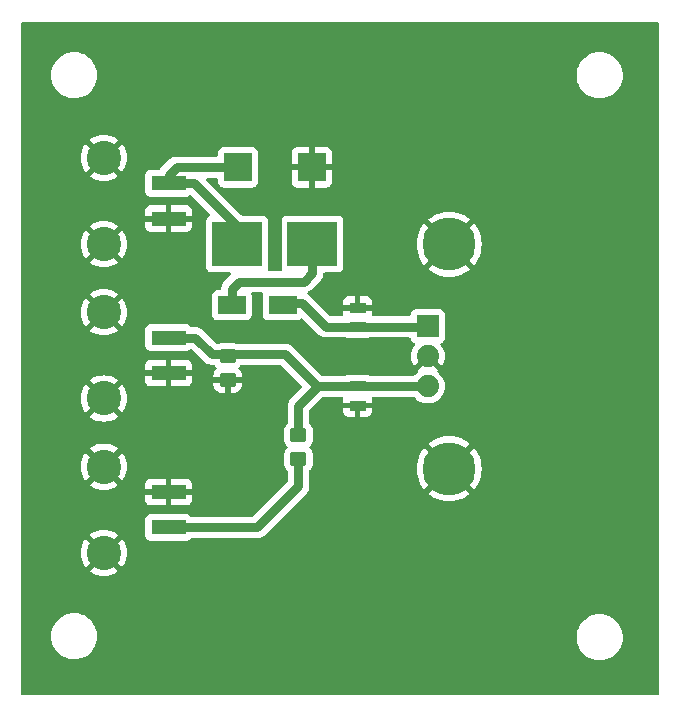
<source format=gbr>
%TF.GenerationSoftware,KiCad,Pcbnew,8.0.6*%
%TF.CreationDate,2024-11-13T20:54:41-08:00*%
%TF.ProjectId,Voltage_Regulator_for_ZX60-14LN-S+,566f6c74-6167-4655-9f52-6567756c6174,rev?*%
%TF.SameCoordinates,Original*%
%TF.FileFunction,Copper,L1,Top*%
%TF.FilePolarity,Positive*%
%FSLAX46Y46*%
G04 Gerber Fmt 4.6, Leading zero omitted, Abs format (unit mm)*
G04 Created by KiCad (PCBNEW 8.0.6) date 2024-11-13 20:54:41*
%MOMM*%
%LPD*%
G01*
G04 APERTURE LIST*
G04 Aperture macros list*
%AMRoundRect*
0 Rectangle with rounded corners*
0 $1 Rounding radius*
0 $2 $3 $4 $5 $6 $7 $8 $9 X,Y pos of 4 corners*
0 Add a 4 corners polygon primitive as box body*
4,1,4,$2,$3,$4,$5,$6,$7,$8,$9,$2,$3,0*
0 Add four circle primitives for the rounded corners*
1,1,$1+$1,$2,$3*
1,1,$1+$1,$4,$5*
1,1,$1+$1,$6,$7*
1,1,$1+$1,$8,$9*
0 Add four rect primitives between the rounded corners*
20,1,$1+$1,$2,$3,$4,$5,0*
20,1,$1+$1,$4,$5,$6,$7,0*
20,1,$1+$1,$6,$7,$8,$9,0*
20,1,$1+$1,$8,$9,$2,$3,0*%
G04 Aperture macros list end*
%TA.AperFunction,SMDPad,CuDef*%
%ADD10R,2.350000X1.550000*%
%TD*%
%TA.AperFunction,SMDPad,CuDef*%
%ADD11R,1.390000X0.910000*%
%TD*%
%TA.AperFunction,SMDPad,CuDef*%
%ADD12R,2.920000X1.270000*%
%TD*%
%TA.AperFunction,ComponentPad*%
%ADD13C,2.910000*%
%TD*%
%TA.AperFunction,ComponentPad*%
%ADD14R,1.890000X1.890000*%
%TD*%
%TA.AperFunction,ComponentPad*%
%ADD15C,1.890000*%
%TD*%
%TA.AperFunction,SMDPad,CuDef*%
%ADD16R,2.370000X2.430000*%
%TD*%
%TA.AperFunction,SMDPad,CuDef*%
%ADD17R,4.241800X3.810000*%
%TD*%
%TA.AperFunction,SMDPad,CuDef*%
%ADD18RoundRect,0.250000X-0.450000X0.350000X-0.450000X-0.350000X0.450000X-0.350000X0.450000X0.350000X0*%
%TD*%
%TA.AperFunction,SMDPad,CuDef*%
%ADD19R,1.430000X0.940000*%
%TD*%
%TA.AperFunction,ComponentPad*%
%ADD20C,4.500000*%
%TD*%
%TA.AperFunction,ViaPad*%
%ADD21C,0.600000*%
%TD*%
%TA.AperFunction,Conductor*%
%ADD22C,0.800000*%
%TD*%
%TA.AperFunction,Conductor*%
%ADD23C,0.200000*%
%TD*%
G04 APERTURE END LIST*
D10*
%TO.P,D1,1*%
%TO.N,Net-(IC1-INPUT)*%
X150150000Y-93975000D03*
%TO.P,D1,2*%
%TO.N,Net-(D1-Pad2)*%
X145850000Y-93975000D03*
%TD*%
D11*
%TO.P,C2,1*%
%TO.N,Net-(IC1-INPUT)*%
X156500000Y-95820000D03*
%TO.P,C2,2*%
%TO.N,GND*%
X156500000Y-94180000D03*
%TD*%
D12*
%TO.P,J1,1,1*%
%TO.N,GND*%
X140500000Y-86650000D03*
%TO.P,J1,2,2*%
%TO.N,Net-(C1-Pad1)*%
X140500000Y-83650000D03*
D13*
%TO.P,J1,3,3*%
%TO.N,GND*%
X135030000Y-88800000D03*
%TO.P,J1,4,4*%
X135030000Y-81500000D03*
%TD*%
D14*
%TO.P,IC1,1,INPUT*%
%TO.N,Net-(IC1-INPUT)*%
X162450000Y-95760000D03*
D15*
%TO.P,IC1,2,COMMON*%
%TO.N,GND*%
X162450000Y-98300000D03*
%TO.P,IC1,3,OUTPUT*%
%TO.N,Net-(IC1-OUTPUT)*%
X162450000Y-100840000D03*
%TD*%
D16*
%TO.P,C1,1*%
%TO.N,Net-(C1-Pad1)*%
X146380000Y-82300000D03*
%TO.P,C1,2*%
%TO.N,GND*%
X152620000Y-82300000D03*
%TD*%
D17*
%TO.P,F1,1*%
%TO.N,Net-(C1-Pad1)*%
X146312300Y-88800000D03*
%TO.P,F1,2*%
%TO.N,Net-(D1-Pad2)*%
X152687700Y-88800000D03*
%TD*%
D18*
%TO.P,R2,1*%
%TO.N,Net-(IC1-OUTPUT)*%
X151500000Y-105000000D03*
%TO.P,R2,2*%
%TO.N,Net-(J3-Pad1)*%
X151500000Y-107000000D03*
%TD*%
D12*
%TO.P,J3,1,1*%
%TO.N,Net-(J3-Pad1)*%
X140500000Y-112800000D03*
%TO.P,J3,2,2*%
%TO.N,GND*%
X140500000Y-109800000D03*
D13*
%TO.P,J3,3,3*%
X135030000Y-114950000D03*
%TO.P,J3,4,4*%
X135030000Y-107650000D03*
%TD*%
D12*
%TO.P,J2,1,1*%
%TO.N,GND*%
X140500000Y-99725000D03*
%TO.P,J2,2,2*%
%TO.N,Net-(IC1-OUTPUT)*%
X140500000Y-96725000D03*
D13*
%TO.P,J2,3,3*%
%TO.N,GND*%
X135030000Y-101875000D03*
%TO.P,J2,4,4*%
X135030000Y-94575000D03*
%TD*%
D18*
%TO.P,R1,1*%
%TO.N,Net-(IC1-OUTPUT)*%
X145500000Y-98300000D03*
%TO.P,R1,2*%
%TO.N,GND*%
X145500000Y-100300000D03*
%TD*%
D19*
%TO.P,C3,1,1*%
%TO.N,Net-(IC1-OUTPUT)*%
X156500000Y-100835000D03*
%TO.P,C3,2,2*%
%TO.N,GND*%
X156500000Y-102475000D03*
%TD*%
D20*
%TO.P,U1,1,1*%
%TO.N,GND*%
X164259234Y-88821475D03*
%TO.P,U1,2,2*%
X164259234Y-107821475D03*
%TD*%
D21*
%TO.N,GND*%
X146500000Y-109500000D03*
X146500000Y-107500000D03*
X146500000Y-105500000D03*
X146500000Y-103500000D03*
X177000000Y-117000000D03*
X177000000Y-95235300D03*
X177000000Y-82176480D03*
X177000000Y-80000000D03*
X177000000Y-90882360D03*
X177000000Y-108294120D03*
X177000000Y-84352950D03*
X177000000Y-86529420D03*
X177000000Y-101764710D03*
X177000000Y-106117650D03*
X177000000Y-99588240D03*
X177000000Y-103941180D03*
X177000000Y-93058830D03*
X177000000Y-114823530D03*
X177000000Y-88705890D03*
X177000000Y-110470590D03*
X177000000Y-112647060D03*
X177000000Y-97411770D03*
X136000000Y-122000000D03*
X157764700Y-122000000D03*
X170823520Y-122000000D03*
X173000000Y-122000000D03*
X162117640Y-122000000D03*
X144705880Y-122000000D03*
X168647050Y-122000000D03*
X166470580Y-122000000D03*
X159941170Y-122000000D03*
X138176470Y-122000000D03*
X164294110Y-122000000D03*
X142529410Y-122000000D03*
X140352940Y-122000000D03*
X155588230Y-122000000D03*
X157264700Y-74500000D03*
X170323520Y-74500000D03*
X172500000Y-74500000D03*
X161617640Y-74500000D03*
X168147050Y-74500000D03*
X165970580Y-74500000D03*
X148558820Y-74500000D03*
X159441170Y-74500000D03*
X163794110Y-74500000D03*
X150735290Y-74500000D03*
X155088230Y-74500000D03*
X152911760Y-74500000D03*
X142029410Y-74500000D03*
X144205880Y-74500000D03*
X146382350Y-74500000D03*
X139852940Y-74500000D03*
X137676470Y-74500000D03*
X135500000Y-74500000D03*
%TD*%
D22*
%TO.N,Net-(C1-Pad1)*%
X142675000Y-83650000D02*
X146312300Y-87287300D01*
X140500000Y-82975000D02*
X141175000Y-82300000D01*
X140500000Y-83650000D02*
X142675000Y-83650000D01*
X146312300Y-87287300D02*
X146312300Y-88800000D01*
D23*
X146312300Y-88287300D02*
X146312300Y-88800000D01*
D22*
X141175000Y-82300000D02*
X146380000Y-82300000D01*
X140500000Y-83650000D02*
X140500000Y-82975000D01*
D23*
%TO.N,Net-(IC1-INPUT)*%
X158440000Y-95820000D02*
X158500000Y-95760000D01*
D22*
X162450000Y-95760000D02*
X162415000Y-95795000D01*
X151825000Y-93800000D02*
X150150000Y-93800000D01*
X153820000Y-95795000D02*
X151825000Y-93800000D01*
X162415000Y-95795000D02*
X153820000Y-95795000D01*
%TO.N,Net-(D1-Pad2)*%
X152687700Y-88800000D02*
X152687700Y-91287300D01*
X152000000Y-91975000D02*
X146500000Y-91975000D01*
X146500000Y-91975000D02*
X145850000Y-92625000D01*
X152687700Y-91287300D02*
X152000000Y-91975000D01*
X145850000Y-92625000D02*
X145850000Y-93800000D01*
%TO.N,Net-(IC1-OUTPUT)*%
X151500000Y-105000000D02*
X151500000Y-102500000D01*
X142750000Y-96725000D02*
X140500000Y-96725000D01*
X145500000Y-98125000D02*
X144150000Y-98125000D01*
X154505000Y-100840000D02*
X154500000Y-100835000D01*
X153085000Y-100835000D02*
X150375000Y-98125000D01*
X162450000Y-100840000D02*
X154505000Y-100840000D01*
X153335000Y-100835000D02*
X153085000Y-100835000D01*
X144150000Y-98125000D02*
X142750000Y-96725000D01*
X162445000Y-100835000D02*
X162450000Y-100840000D01*
X154500000Y-100835000D02*
X153165000Y-100835000D01*
X153165000Y-100835000D02*
X151500000Y-102500000D01*
X158000000Y-100835000D02*
X162445000Y-100835000D01*
X150375000Y-98125000D02*
X145500000Y-98125000D01*
%TO.N,Net-(J3-Pad1)*%
X151500000Y-109325000D02*
X151500000Y-107000000D01*
X148025000Y-112800000D02*
X140500000Y-112800000D01*
X151500000Y-109325000D02*
X148025000Y-112800000D01*
%TD*%
%TA.AperFunction,Conductor*%
%TO.N,GND*%
G36*
X181942539Y-70020185D02*
G01*
X181988294Y-70072989D01*
X181999500Y-70124500D01*
X181999500Y-126875500D01*
X181979815Y-126942539D01*
X181927011Y-126988294D01*
X181875500Y-126999500D01*
X128124500Y-126999500D01*
X128057461Y-126979815D01*
X128011706Y-126927011D01*
X128000500Y-126875500D01*
X128000500Y-121999998D01*
X130544518Y-121999998D01*
X130544518Y-122000001D01*
X130564422Y-122278299D01*
X130623727Y-122550916D01*
X130623729Y-122550923D01*
X130661027Y-122650923D01*
X130721231Y-122812338D01*
X130721233Y-122812342D01*
X130854940Y-123057207D01*
X130854945Y-123057215D01*
X131022138Y-123280560D01*
X131022154Y-123280578D01*
X131219421Y-123477845D01*
X131219439Y-123477861D01*
X131442784Y-123645054D01*
X131442792Y-123645059D01*
X131687657Y-123778766D01*
X131687661Y-123778768D01*
X131687663Y-123778769D01*
X131949077Y-123876271D01*
X132085391Y-123905924D01*
X132221700Y-123935577D01*
X132221702Y-123935577D01*
X132221706Y-123935578D01*
X132469014Y-123953265D01*
X132499999Y-123955482D01*
X132500000Y-123955482D01*
X132500001Y-123955482D01*
X132527881Y-123953487D01*
X132778294Y-123935578D01*
X133050923Y-123876271D01*
X133312337Y-123778769D01*
X133557213Y-123645056D01*
X133780568Y-123477855D01*
X133977855Y-123280568D01*
X134145056Y-123057213D01*
X134278769Y-122812337D01*
X134376271Y-122550923D01*
X134435578Y-122278294D01*
X134448330Y-122099998D01*
X175044518Y-122099998D01*
X175044518Y-122100001D01*
X175064422Y-122378299D01*
X175123727Y-122650916D01*
X175123729Y-122650923D01*
X175131366Y-122671398D01*
X175221231Y-122912338D01*
X175221233Y-122912342D01*
X175354940Y-123157207D01*
X175354945Y-123157215D01*
X175522138Y-123380560D01*
X175522154Y-123380578D01*
X175719421Y-123577845D01*
X175719439Y-123577861D01*
X175942784Y-123745054D01*
X175942792Y-123745059D01*
X176187657Y-123878766D01*
X176187661Y-123878768D01*
X176187663Y-123878769D01*
X176449077Y-123976271D01*
X176585391Y-124005924D01*
X176721700Y-124035577D01*
X176721702Y-124035577D01*
X176721706Y-124035578D01*
X176969014Y-124053265D01*
X176999999Y-124055482D01*
X177000000Y-124055482D01*
X177000001Y-124055482D01*
X177027881Y-124053487D01*
X177278294Y-124035578D01*
X177550923Y-123976271D01*
X177812337Y-123878769D01*
X178057213Y-123745056D01*
X178280568Y-123577855D01*
X178477855Y-123380568D01*
X178645056Y-123157213D01*
X178778769Y-122912337D01*
X178876271Y-122650923D01*
X178935578Y-122378294D01*
X178955482Y-122100000D01*
X178935578Y-121821706D01*
X178934067Y-121814762D01*
X178876272Y-121549083D01*
X178876271Y-121549077D01*
X178778769Y-121287663D01*
X178724161Y-121187657D01*
X178645059Y-121042792D01*
X178645054Y-121042784D01*
X178477861Y-120819439D01*
X178477845Y-120819421D01*
X178280578Y-120622154D01*
X178280560Y-120622138D01*
X178057215Y-120454945D01*
X178057207Y-120454940D01*
X177812342Y-120321233D01*
X177812338Y-120321231D01*
X177713230Y-120284266D01*
X177550923Y-120223729D01*
X177550919Y-120223728D01*
X177550916Y-120223727D01*
X177278299Y-120164422D01*
X177000001Y-120144518D01*
X176999999Y-120144518D01*
X176721700Y-120164422D01*
X176449083Y-120223727D01*
X176449078Y-120223728D01*
X176449077Y-120223729D01*
X176385875Y-120247301D01*
X176187661Y-120321231D01*
X176187657Y-120321233D01*
X175942792Y-120454940D01*
X175942784Y-120454945D01*
X175719439Y-120622138D01*
X175719421Y-120622154D01*
X175522154Y-120819421D01*
X175522138Y-120819439D01*
X175354945Y-121042784D01*
X175354940Y-121042792D01*
X175221233Y-121287657D01*
X175221231Y-121287661D01*
X175123727Y-121549083D01*
X175064422Y-121821700D01*
X175044518Y-122099998D01*
X134448330Y-122099998D01*
X134455482Y-122000000D01*
X134435578Y-121721706D01*
X134417073Y-121636642D01*
X134376272Y-121449083D01*
X134376271Y-121449077D01*
X134278769Y-121187663D01*
X134268438Y-121168744D01*
X134145059Y-120942792D01*
X134145054Y-120942784D01*
X133977861Y-120719439D01*
X133977845Y-120719421D01*
X133780578Y-120522154D01*
X133780560Y-120522138D01*
X133557215Y-120354945D01*
X133557207Y-120354940D01*
X133312342Y-120221233D01*
X133312338Y-120221231D01*
X133213230Y-120184266D01*
X133050923Y-120123729D01*
X133050919Y-120123728D01*
X133050916Y-120123727D01*
X132778299Y-120064422D01*
X132500001Y-120044518D01*
X132499999Y-120044518D01*
X132221700Y-120064422D01*
X131949083Y-120123727D01*
X131949078Y-120123728D01*
X131949077Y-120123729D01*
X131893339Y-120144518D01*
X131687661Y-120221231D01*
X131687657Y-120221233D01*
X131442792Y-120354940D01*
X131442784Y-120354945D01*
X131219439Y-120522138D01*
X131219421Y-120522154D01*
X131022154Y-120719421D01*
X131022138Y-120719439D01*
X130854945Y-120942784D01*
X130854940Y-120942792D01*
X130721233Y-121187657D01*
X130721231Y-121187661D01*
X130623727Y-121449083D01*
X130564422Y-121721700D01*
X130544518Y-121999998D01*
X128000500Y-121999998D01*
X128000500Y-114949998D01*
X133070006Y-114949998D01*
X133070006Y-114950001D01*
X133089956Y-115228937D01*
X133089957Y-115228944D01*
X133149398Y-115502187D01*
X133247127Y-115764212D01*
X133247129Y-115764216D01*
X133381144Y-116009647D01*
X133381149Y-116009655D01*
X133482029Y-116144416D01*
X134018536Y-115607908D01*
X134110878Y-115735005D01*
X134244995Y-115869122D01*
X134372089Y-115961461D01*
X133835582Y-116497968D01*
X133835583Y-116497969D01*
X133970344Y-116598850D01*
X133970352Y-116598855D01*
X134215783Y-116732870D01*
X134215787Y-116732872D01*
X134477812Y-116830601D01*
X134751055Y-116890042D01*
X134751062Y-116890043D01*
X135029999Y-116909994D01*
X135030001Y-116909994D01*
X135308937Y-116890043D01*
X135308944Y-116890042D01*
X135582187Y-116830601D01*
X135844212Y-116732872D01*
X135844216Y-116732870D01*
X136089647Y-116598855D01*
X136089648Y-116598854D01*
X136224416Y-116497968D01*
X135687909Y-115961462D01*
X135815005Y-115869122D01*
X135949122Y-115735005D01*
X136041462Y-115607910D01*
X136577968Y-116144416D01*
X136678854Y-116009648D01*
X136678855Y-116009647D01*
X136812870Y-115764216D01*
X136812872Y-115764212D01*
X136910601Y-115502187D01*
X136970042Y-115228944D01*
X136970043Y-115228937D01*
X136989994Y-114950001D01*
X136989994Y-114949998D01*
X136970043Y-114671062D01*
X136970042Y-114671055D01*
X136910601Y-114397812D01*
X136812872Y-114135787D01*
X136812870Y-114135783D01*
X136678855Y-113890352D01*
X136678850Y-113890344D01*
X136577969Y-113755583D01*
X136577968Y-113755582D01*
X136041461Y-114292089D01*
X135949122Y-114164995D01*
X135815005Y-114030878D01*
X135687909Y-113938537D01*
X136224416Y-113402030D01*
X136224416Y-113402029D01*
X136089655Y-113301149D01*
X136089647Y-113301144D01*
X135844216Y-113167129D01*
X135844212Y-113167127D01*
X135582187Y-113069398D01*
X135308944Y-113009957D01*
X135308937Y-113009956D01*
X135030001Y-112990006D01*
X135029999Y-112990006D01*
X134751062Y-113009956D01*
X134751055Y-113009957D01*
X134477812Y-113069398D01*
X134215787Y-113167127D01*
X134215783Y-113167129D01*
X133970352Y-113301144D01*
X133970344Y-113301149D01*
X133835582Y-113402029D01*
X134372090Y-113938537D01*
X134244995Y-114030878D01*
X134110878Y-114164995D01*
X134018537Y-114292090D01*
X133482029Y-113755582D01*
X133381149Y-113890344D01*
X133381144Y-113890352D01*
X133247129Y-114135783D01*
X133247127Y-114135787D01*
X133149398Y-114397812D01*
X133089957Y-114671055D01*
X133089956Y-114671062D01*
X133070006Y-114949998D01*
X128000500Y-114949998D01*
X128000500Y-110482844D01*
X138540000Y-110482844D01*
X138546401Y-110542372D01*
X138546403Y-110542379D01*
X138596645Y-110677086D01*
X138596649Y-110677093D01*
X138682809Y-110792187D01*
X138682812Y-110792190D01*
X138797906Y-110878350D01*
X138797913Y-110878354D01*
X138932620Y-110928596D01*
X138932627Y-110928598D01*
X138992155Y-110934999D01*
X138992172Y-110935000D01*
X140250000Y-110935000D01*
X140750000Y-110935000D01*
X142007828Y-110935000D01*
X142007844Y-110934999D01*
X142067372Y-110928598D01*
X142067379Y-110928596D01*
X142202086Y-110878354D01*
X142202093Y-110878350D01*
X142317187Y-110792190D01*
X142317190Y-110792187D01*
X142403350Y-110677093D01*
X142403354Y-110677086D01*
X142453596Y-110542379D01*
X142453598Y-110542372D01*
X142459999Y-110482844D01*
X142460000Y-110482827D01*
X142460000Y-110050000D01*
X140750000Y-110050000D01*
X140750000Y-110935000D01*
X140250000Y-110935000D01*
X140250000Y-110050000D01*
X138540000Y-110050000D01*
X138540000Y-110482844D01*
X128000500Y-110482844D01*
X128000500Y-107649998D01*
X133070006Y-107649998D01*
X133070006Y-107650001D01*
X133089956Y-107928937D01*
X133089957Y-107928944D01*
X133149398Y-108202187D01*
X133247127Y-108464212D01*
X133247129Y-108464216D01*
X133381144Y-108709647D01*
X133381149Y-108709655D01*
X133482029Y-108844416D01*
X134018536Y-108307908D01*
X134110878Y-108435005D01*
X134244995Y-108569122D01*
X134372089Y-108661461D01*
X133835582Y-109197968D01*
X133835583Y-109197969D01*
X133970344Y-109298850D01*
X133970352Y-109298855D01*
X134215783Y-109432870D01*
X134215787Y-109432872D01*
X134477812Y-109530601D01*
X134751055Y-109590042D01*
X134751062Y-109590043D01*
X135029999Y-109609994D01*
X135030001Y-109609994D01*
X135308937Y-109590043D01*
X135308944Y-109590042D01*
X135582187Y-109530601D01*
X135844212Y-109432872D01*
X135844216Y-109432870D01*
X136089647Y-109298855D01*
X136089648Y-109298854D01*
X136224416Y-109197968D01*
X136143603Y-109117155D01*
X138540000Y-109117155D01*
X138540000Y-109550000D01*
X140250000Y-109550000D01*
X140750000Y-109550000D01*
X142460000Y-109550000D01*
X142460000Y-109117172D01*
X142459999Y-109117155D01*
X142453598Y-109057627D01*
X142453596Y-109057620D01*
X142403354Y-108922913D01*
X142403350Y-108922906D01*
X142317190Y-108807812D01*
X142317187Y-108807809D01*
X142202093Y-108721649D01*
X142202086Y-108721645D01*
X142067379Y-108671403D01*
X142067372Y-108671401D01*
X142007844Y-108665000D01*
X140750000Y-108665000D01*
X140750000Y-109550000D01*
X140250000Y-109550000D01*
X140250000Y-108665000D01*
X138992155Y-108665000D01*
X138932627Y-108671401D01*
X138932620Y-108671403D01*
X138797913Y-108721645D01*
X138797906Y-108721649D01*
X138682812Y-108807809D01*
X138682809Y-108807812D01*
X138596649Y-108922906D01*
X138596645Y-108922913D01*
X138546403Y-109057620D01*
X138546401Y-109057627D01*
X138540000Y-109117155D01*
X136143603Y-109117155D01*
X135687909Y-108661462D01*
X135815005Y-108569122D01*
X135949122Y-108435005D01*
X136041462Y-108307910D01*
X136577968Y-108844416D01*
X136678854Y-108709648D01*
X136678855Y-108709647D01*
X136812870Y-108464216D01*
X136812872Y-108464212D01*
X136910601Y-108202187D01*
X136970042Y-107928944D01*
X136970043Y-107928937D01*
X136989994Y-107650001D01*
X136989994Y-107649998D01*
X136970043Y-107371062D01*
X136970042Y-107371055D01*
X136910601Y-107097812D01*
X136812872Y-106835787D01*
X136812870Y-106835783D01*
X136678855Y-106590352D01*
X136678850Y-106590344D01*
X136577969Y-106455583D01*
X136577968Y-106455582D01*
X136041461Y-106992089D01*
X135949122Y-106864995D01*
X135815005Y-106730878D01*
X135687909Y-106638537D01*
X136224416Y-106102030D01*
X136224416Y-106102029D01*
X136089655Y-106001149D01*
X136089647Y-106001144D01*
X135844216Y-105867129D01*
X135844212Y-105867127D01*
X135582187Y-105769398D01*
X135308944Y-105709957D01*
X135308937Y-105709956D01*
X135030001Y-105690006D01*
X135029999Y-105690006D01*
X134751062Y-105709956D01*
X134751055Y-105709957D01*
X134477812Y-105769398D01*
X134215787Y-105867127D01*
X134215783Y-105867129D01*
X133970352Y-106001144D01*
X133970344Y-106001149D01*
X133835582Y-106102029D01*
X134372090Y-106638537D01*
X134244995Y-106730878D01*
X134110878Y-106864995D01*
X134018537Y-106992090D01*
X133482029Y-106455582D01*
X133381149Y-106590344D01*
X133381144Y-106590352D01*
X133247129Y-106835783D01*
X133247127Y-106835787D01*
X133149398Y-107097812D01*
X133089957Y-107371055D01*
X133089956Y-107371062D01*
X133070006Y-107649998D01*
X128000500Y-107649998D01*
X128000500Y-101874998D01*
X133070006Y-101874998D01*
X133070006Y-101875001D01*
X133089956Y-102153937D01*
X133089957Y-102153944D01*
X133149398Y-102427187D01*
X133247127Y-102689212D01*
X133247129Y-102689216D01*
X133381144Y-102934647D01*
X133381149Y-102934655D01*
X133482029Y-103069416D01*
X134018536Y-102532908D01*
X134110878Y-102660005D01*
X134244995Y-102794122D01*
X134372089Y-102886461D01*
X133835582Y-103422968D01*
X133835583Y-103422969D01*
X133970344Y-103523850D01*
X133970352Y-103523855D01*
X134215783Y-103657870D01*
X134215787Y-103657872D01*
X134477812Y-103755601D01*
X134751055Y-103815042D01*
X134751062Y-103815043D01*
X135029999Y-103834994D01*
X135030001Y-103834994D01*
X135308937Y-103815043D01*
X135308944Y-103815042D01*
X135582187Y-103755601D01*
X135844212Y-103657872D01*
X135844216Y-103657870D01*
X136089647Y-103523855D01*
X136089648Y-103523854D01*
X136224416Y-103422968D01*
X135687909Y-102886462D01*
X135815005Y-102794122D01*
X135949122Y-102660005D01*
X136041462Y-102532910D01*
X136577968Y-103069416D01*
X136678854Y-102934648D01*
X136678855Y-102934647D01*
X136812870Y-102689216D01*
X136812872Y-102689212D01*
X136910601Y-102427187D01*
X136970042Y-102153944D01*
X136970043Y-102153937D01*
X136989994Y-101875001D01*
X136989994Y-101874998D01*
X136970043Y-101596062D01*
X136970042Y-101596055D01*
X136910601Y-101322812D01*
X136812872Y-101060787D01*
X136812870Y-101060783D01*
X136678855Y-100815352D01*
X136678850Y-100815344D01*
X136577969Y-100680583D01*
X136577968Y-100680582D01*
X136041461Y-101217089D01*
X135949122Y-101089995D01*
X135815005Y-100955878D01*
X135687909Y-100863537D01*
X136143602Y-100407844D01*
X138540000Y-100407844D01*
X138546401Y-100467372D01*
X138546403Y-100467379D01*
X138596645Y-100602086D01*
X138596649Y-100602093D01*
X138682809Y-100717187D01*
X138682812Y-100717190D01*
X138797906Y-100803350D01*
X138797913Y-100803354D01*
X138932620Y-100853596D01*
X138932627Y-100853598D01*
X138992155Y-100859999D01*
X138992172Y-100860000D01*
X140250000Y-100860000D01*
X140750000Y-100860000D01*
X142007828Y-100860000D01*
X142007844Y-100859999D01*
X142067372Y-100853598D01*
X142067379Y-100853596D01*
X142202086Y-100803354D01*
X142202093Y-100803350D01*
X142317187Y-100717190D01*
X142317190Y-100717187D01*
X142330067Y-100699986D01*
X144300001Y-100699986D01*
X144310494Y-100802697D01*
X144365641Y-100969119D01*
X144365643Y-100969124D01*
X144457684Y-101118345D01*
X144581654Y-101242315D01*
X144730875Y-101334356D01*
X144730880Y-101334358D01*
X144897302Y-101389505D01*
X144897309Y-101389506D01*
X145000019Y-101399999D01*
X145249999Y-101399999D01*
X145750000Y-101399999D01*
X145999972Y-101399999D01*
X145999986Y-101399998D01*
X146102697Y-101389505D01*
X146269119Y-101334358D01*
X146269124Y-101334356D01*
X146418345Y-101242315D01*
X146542315Y-101118345D01*
X146634356Y-100969124D01*
X146634358Y-100969119D01*
X146689505Y-100802697D01*
X146689506Y-100802690D01*
X146699999Y-100699986D01*
X146700000Y-100699973D01*
X146700000Y-100550000D01*
X145750000Y-100550000D01*
X145750000Y-101399999D01*
X145249999Y-101399999D01*
X145250000Y-101399998D01*
X145250000Y-100550000D01*
X144300001Y-100550000D01*
X144300001Y-100699986D01*
X142330067Y-100699986D01*
X142403350Y-100602093D01*
X142403354Y-100602086D01*
X142453596Y-100467379D01*
X142453598Y-100467372D01*
X142459999Y-100407844D01*
X142460000Y-100407827D01*
X142460000Y-99975000D01*
X140750000Y-99975000D01*
X140750000Y-100860000D01*
X140250000Y-100860000D01*
X140250000Y-99975000D01*
X138540000Y-99975000D01*
X138540000Y-100407844D01*
X136143602Y-100407844D01*
X136224416Y-100327030D01*
X136224416Y-100327029D01*
X136089655Y-100226149D01*
X136089647Y-100226144D01*
X135844216Y-100092129D01*
X135844212Y-100092127D01*
X135582187Y-99994398D01*
X135308944Y-99934957D01*
X135308937Y-99934956D01*
X135030001Y-99915006D01*
X135029999Y-99915006D01*
X134751062Y-99934956D01*
X134751055Y-99934957D01*
X134477812Y-99994398D01*
X134215787Y-100092127D01*
X134215783Y-100092129D01*
X133970352Y-100226144D01*
X133970344Y-100226149D01*
X133835582Y-100327029D01*
X134372090Y-100863537D01*
X134244995Y-100955878D01*
X134110878Y-101089995D01*
X134018537Y-101217090D01*
X133482029Y-100680582D01*
X133381149Y-100815344D01*
X133381144Y-100815352D01*
X133247129Y-101060783D01*
X133247127Y-101060787D01*
X133149398Y-101322812D01*
X133089957Y-101596055D01*
X133089956Y-101596062D01*
X133070006Y-101874998D01*
X128000500Y-101874998D01*
X128000500Y-99042155D01*
X138540000Y-99042155D01*
X138540000Y-99475000D01*
X140250000Y-99475000D01*
X140750000Y-99475000D01*
X142460000Y-99475000D01*
X142460000Y-99042172D01*
X142459999Y-99042155D01*
X142453598Y-98982627D01*
X142453596Y-98982620D01*
X142403354Y-98847913D01*
X142403350Y-98847906D01*
X142317190Y-98732812D01*
X142317187Y-98732809D01*
X142202093Y-98646649D01*
X142202086Y-98646645D01*
X142067379Y-98596403D01*
X142067372Y-98596401D01*
X142007844Y-98590000D01*
X140750000Y-98590000D01*
X140750000Y-99475000D01*
X140250000Y-99475000D01*
X140250000Y-98590000D01*
X138992155Y-98590000D01*
X138932627Y-98596401D01*
X138932620Y-98596403D01*
X138797913Y-98646645D01*
X138797906Y-98646649D01*
X138682812Y-98732809D01*
X138682809Y-98732812D01*
X138596649Y-98847906D01*
X138596645Y-98847913D01*
X138546403Y-98982620D01*
X138546401Y-98982627D01*
X138540000Y-99042155D01*
X128000500Y-99042155D01*
X128000500Y-94574998D01*
X133070006Y-94574998D01*
X133070006Y-94575001D01*
X133089956Y-94853937D01*
X133089957Y-94853944D01*
X133149398Y-95127187D01*
X133247127Y-95389212D01*
X133247129Y-95389216D01*
X133381144Y-95634647D01*
X133381149Y-95634655D01*
X133482029Y-95769416D01*
X134018536Y-95232908D01*
X134110878Y-95360005D01*
X134244995Y-95494122D01*
X134372089Y-95586461D01*
X133835582Y-96122968D01*
X133835583Y-96122969D01*
X133970344Y-96223850D01*
X133970352Y-96223855D01*
X134215783Y-96357870D01*
X134215787Y-96357872D01*
X134477812Y-96455601D01*
X134751055Y-96515042D01*
X134751062Y-96515043D01*
X135029999Y-96534994D01*
X135030001Y-96534994D01*
X135308937Y-96515043D01*
X135308944Y-96515042D01*
X135582187Y-96455601D01*
X135844212Y-96357872D01*
X135844216Y-96357870D01*
X136089647Y-96223855D01*
X136089648Y-96223854D01*
X136224416Y-96122968D01*
X135687909Y-95586462D01*
X135815005Y-95494122D01*
X135949122Y-95360005D01*
X136041462Y-95232910D01*
X136577968Y-95769416D01*
X136678854Y-95634648D01*
X136678855Y-95634647D01*
X136812870Y-95389216D01*
X136812872Y-95389212D01*
X136910601Y-95127187D01*
X136970042Y-94853944D01*
X136970043Y-94853937D01*
X136989994Y-94575001D01*
X136989994Y-94574998D01*
X136970043Y-94296062D01*
X136970042Y-94296055D01*
X136910601Y-94022812D01*
X136812872Y-93760787D01*
X136812870Y-93760783D01*
X136678855Y-93515352D01*
X136678850Y-93515344D01*
X136577969Y-93380583D01*
X136577968Y-93380582D01*
X136041461Y-93917089D01*
X135949122Y-93789995D01*
X135815005Y-93655878D01*
X135687909Y-93563537D01*
X136224416Y-93027030D01*
X136224416Y-93027029D01*
X136089655Y-92926149D01*
X136089647Y-92926144D01*
X135844216Y-92792129D01*
X135844212Y-92792127D01*
X135582187Y-92694398D01*
X135308944Y-92634957D01*
X135308937Y-92634956D01*
X135030001Y-92615006D01*
X135029999Y-92615006D01*
X134751062Y-92634956D01*
X134751055Y-92634957D01*
X134477812Y-92694398D01*
X134215787Y-92792127D01*
X134215783Y-92792129D01*
X133970352Y-92926144D01*
X133970344Y-92926149D01*
X133835582Y-93027029D01*
X134372090Y-93563537D01*
X134244995Y-93655878D01*
X134110878Y-93789995D01*
X134018537Y-93917090D01*
X133482029Y-93380582D01*
X133381149Y-93515344D01*
X133381144Y-93515352D01*
X133247129Y-93760783D01*
X133247127Y-93760787D01*
X133149398Y-94022812D01*
X133089957Y-94296055D01*
X133089956Y-94296062D01*
X133070006Y-94574998D01*
X128000500Y-94574998D01*
X128000500Y-88799998D01*
X133070006Y-88799998D01*
X133070006Y-88800001D01*
X133089956Y-89078937D01*
X133089957Y-89078944D01*
X133149398Y-89352187D01*
X133247127Y-89614212D01*
X133247129Y-89614216D01*
X133381144Y-89859647D01*
X133381149Y-89859655D01*
X133482029Y-89994416D01*
X134018536Y-89457908D01*
X134110878Y-89585005D01*
X134244995Y-89719122D01*
X134372089Y-89811461D01*
X133835582Y-90347968D01*
X133835583Y-90347969D01*
X133970344Y-90448850D01*
X133970352Y-90448855D01*
X134215783Y-90582870D01*
X134215787Y-90582872D01*
X134477812Y-90680601D01*
X134751055Y-90740042D01*
X134751062Y-90740043D01*
X135029999Y-90759994D01*
X135030001Y-90759994D01*
X135308937Y-90740043D01*
X135308944Y-90740042D01*
X135582187Y-90680601D01*
X135844212Y-90582872D01*
X135844216Y-90582870D01*
X136089647Y-90448855D01*
X136089648Y-90448854D01*
X136224416Y-90347968D01*
X135687909Y-89811462D01*
X135815005Y-89719122D01*
X135949122Y-89585005D01*
X136041462Y-89457910D01*
X136577968Y-89994416D01*
X136678854Y-89859648D01*
X136678855Y-89859647D01*
X136812870Y-89614216D01*
X136812872Y-89614212D01*
X136910601Y-89352187D01*
X136970042Y-89078944D01*
X136970043Y-89078937D01*
X136989994Y-88800001D01*
X136989994Y-88799998D01*
X136970043Y-88521062D01*
X136970042Y-88521055D01*
X136910601Y-88247812D01*
X136812872Y-87985787D01*
X136812870Y-87985783D01*
X136678855Y-87740352D01*
X136678850Y-87740344D01*
X136577969Y-87605583D01*
X136577968Y-87605582D01*
X136041461Y-88142089D01*
X135949122Y-88014995D01*
X135815005Y-87880878D01*
X135687909Y-87788537D01*
X136143602Y-87332844D01*
X138540000Y-87332844D01*
X138546401Y-87392372D01*
X138546403Y-87392379D01*
X138596645Y-87527086D01*
X138596649Y-87527093D01*
X138682809Y-87642187D01*
X138682812Y-87642190D01*
X138797906Y-87728350D01*
X138797913Y-87728354D01*
X138932620Y-87778596D01*
X138932627Y-87778598D01*
X138992155Y-87784999D01*
X138992172Y-87785000D01*
X140250000Y-87785000D01*
X140750000Y-87785000D01*
X142007828Y-87785000D01*
X142007844Y-87784999D01*
X142067372Y-87778598D01*
X142067379Y-87778596D01*
X142202086Y-87728354D01*
X142202093Y-87728350D01*
X142317187Y-87642190D01*
X142317190Y-87642187D01*
X142403350Y-87527093D01*
X142403354Y-87527086D01*
X142453596Y-87392379D01*
X142453598Y-87392372D01*
X142459999Y-87332844D01*
X142460000Y-87332827D01*
X142460000Y-86900000D01*
X140750000Y-86900000D01*
X140750000Y-87785000D01*
X140250000Y-87785000D01*
X140250000Y-86900000D01*
X138540000Y-86900000D01*
X138540000Y-87332844D01*
X136143602Y-87332844D01*
X136224416Y-87252030D01*
X136224416Y-87252029D01*
X136089655Y-87151149D01*
X136089647Y-87151144D01*
X135844216Y-87017129D01*
X135844212Y-87017127D01*
X135582187Y-86919398D01*
X135308944Y-86859957D01*
X135308937Y-86859956D01*
X135030001Y-86840006D01*
X135029999Y-86840006D01*
X134751062Y-86859956D01*
X134751055Y-86859957D01*
X134477812Y-86919398D01*
X134215787Y-87017127D01*
X134215783Y-87017129D01*
X133970352Y-87151144D01*
X133970344Y-87151149D01*
X133835582Y-87252029D01*
X134372090Y-87788537D01*
X134244995Y-87880878D01*
X134110878Y-88014995D01*
X134018537Y-88142090D01*
X133482029Y-87605582D01*
X133381149Y-87740344D01*
X133381144Y-87740352D01*
X133247129Y-87985783D01*
X133247127Y-87985787D01*
X133149398Y-88247812D01*
X133089957Y-88521055D01*
X133089956Y-88521062D01*
X133070006Y-88799998D01*
X128000500Y-88799998D01*
X128000500Y-85967155D01*
X138540000Y-85967155D01*
X138540000Y-86400000D01*
X140250000Y-86400000D01*
X140750000Y-86400000D01*
X142460000Y-86400000D01*
X142460000Y-85967172D01*
X142459999Y-85967155D01*
X142453598Y-85907627D01*
X142453596Y-85907620D01*
X142403354Y-85772913D01*
X142403350Y-85772906D01*
X142317190Y-85657812D01*
X142317187Y-85657809D01*
X142202093Y-85571649D01*
X142202086Y-85571645D01*
X142067379Y-85521403D01*
X142067372Y-85521401D01*
X142007844Y-85515000D01*
X140750000Y-85515000D01*
X140750000Y-86400000D01*
X140250000Y-86400000D01*
X140250000Y-85515000D01*
X138992155Y-85515000D01*
X138932627Y-85521401D01*
X138932620Y-85521403D01*
X138797913Y-85571645D01*
X138797906Y-85571649D01*
X138682812Y-85657809D01*
X138682809Y-85657812D01*
X138596649Y-85772906D01*
X138596645Y-85772913D01*
X138546403Y-85907620D01*
X138546401Y-85907627D01*
X138540000Y-85967155D01*
X128000500Y-85967155D01*
X128000500Y-81499998D01*
X133070006Y-81499998D01*
X133070006Y-81500001D01*
X133089956Y-81778937D01*
X133089957Y-81778944D01*
X133149398Y-82052187D01*
X133247127Y-82314212D01*
X133247129Y-82314216D01*
X133381144Y-82559647D01*
X133381149Y-82559655D01*
X133482029Y-82694416D01*
X134018536Y-82157908D01*
X134110878Y-82285005D01*
X134244995Y-82419122D01*
X134372089Y-82511461D01*
X133835582Y-83047968D01*
X133835583Y-83047969D01*
X133970344Y-83148850D01*
X133970352Y-83148855D01*
X134215783Y-83282870D01*
X134215787Y-83282872D01*
X134477812Y-83380601D01*
X134751055Y-83440042D01*
X134751062Y-83440043D01*
X135029999Y-83459994D01*
X135030001Y-83459994D01*
X135308937Y-83440043D01*
X135308944Y-83440042D01*
X135582187Y-83380601D01*
X135844212Y-83282872D01*
X135844216Y-83282870D01*
X136089647Y-83148855D01*
X136089648Y-83148854D01*
X136224416Y-83047968D01*
X136143583Y-82967135D01*
X138539500Y-82967135D01*
X138539500Y-84332870D01*
X138539501Y-84332876D01*
X138545908Y-84392483D01*
X138596202Y-84527328D01*
X138596206Y-84527335D01*
X138682452Y-84642544D01*
X138682455Y-84642547D01*
X138797664Y-84728793D01*
X138797671Y-84728797D01*
X138932517Y-84779091D01*
X138932516Y-84779091D01*
X138939444Y-84779835D01*
X138992127Y-84785500D01*
X142007872Y-84785499D01*
X142067483Y-84779091D01*
X142202331Y-84728796D01*
X142259804Y-84685772D01*
X142275280Y-84674187D01*
X142340744Y-84649769D01*
X142409017Y-84664620D01*
X142437272Y-84685772D01*
X143997367Y-86245867D01*
X144030852Y-86307190D01*
X144025868Y-86376882D01*
X143983996Y-86432815D01*
X143953022Y-86449729D01*
X143949072Y-86451202D01*
X143949064Y-86451206D01*
X143833855Y-86537452D01*
X143833852Y-86537455D01*
X143747606Y-86652664D01*
X143747602Y-86652671D01*
X143697308Y-86787517D01*
X143690901Y-86847116D01*
X143690901Y-86847123D01*
X143690900Y-86847135D01*
X143690900Y-90752870D01*
X143690901Y-90752876D01*
X143697308Y-90812483D01*
X143747602Y-90947328D01*
X143747606Y-90947335D01*
X143833852Y-91062544D01*
X143833855Y-91062547D01*
X143949064Y-91148793D01*
X143949071Y-91148797D01*
X144083917Y-91199091D01*
X144083916Y-91199091D01*
X144090844Y-91199835D01*
X144143527Y-91205500D01*
X145696638Y-91205499D01*
X145763677Y-91225184D01*
X145809432Y-91277987D01*
X145819376Y-91347146D01*
X145790351Y-91410702D01*
X145784319Y-91417180D01*
X145150536Y-92050963D01*
X145142035Y-92063688D01*
X145142032Y-92063692D01*
X145051988Y-92198450D01*
X145051987Y-92198452D01*
X145035745Y-92237665D01*
X145035745Y-92237666D01*
X144984105Y-92362333D01*
X144984103Y-92362341D01*
X144949500Y-92536303D01*
X144949500Y-92575500D01*
X144929815Y-92642539D01*
X144877011Y-92688294D01*
X144825501Y-92699500D01*
X144627130Y-92699500D01*
X144627123Y-92699501D01*
X144567516Y-92705908D01*
X144432671Y-92756202D01*
X144432664Y-92756206D01*
X144317455Y-92842452D01*
X144317452Y-92842455D01*
X144231206Y-92957664D01*
X144231202Y-92957671D01*
X144180908Y-93092517D01*
X144180046Y-93100540D01*
X144174501Y-93152123D01*
X144174500Y-93152135D01*
X144174500Y-94797870D01*
X144174501Y-94797876D01*
X144180908Y-94857483D01*
X144231202Y-94992328D01*
X144231206Y-94992335D01*
X144317452Y-95107544D01*
X144317455Y-95107547D01*
X144432664Y-95193793D01*
X144432671Y-95193797D01*
X144567517Y-95244091D01*
X144567516Y-95244091D01*
X144574444Y-95244835D01*
X144627127Y-95250500D01*
X147072872Y-95250499D01*
X147132483Y-95244091D01*
X147267331Y-95193796D01*
X147382546Y-95107546D01*
X147468796Y-94992331D01*
X147519091Y-94857483D01*
X147525500Y-94797873D01*
X147525499Y-93152128D01*
X147519091Y-93092517D01*
X147500559Y-93042832D01*
X147495576Y-92973142D01*
X147529061Y-92911819D01*
X147590384Y-92878334D01*
X147616742Y-92875500D01*
X148383258Y-92875500D01*
X148450297Y-92895185D01*
X148496052Y-92947989D01*
X148505996Y-93017147D01*
X148499440Y-93042834D01*
X148480908Y-93092518D01*
X148480046Y-93100540D01*
X148474501Y-93152123D01*
X148474500Y-93152135D01*
X148474500Y-94797870D01*
X148474501Y-94797876D01*
X148480908Y-94857483D01*
X148531202Y-94992328D01*
X148531206Y-94992335D01*
X148617452Y-95107544D01*
X148617455Y-95107547D01*
X148732664Y-95193793D01*
X148732671Y-95193797D01*
X148867517Y-95244091D01*
X148867516Y-95244091D01*
X148874444Y-95244835D01*
X148927127Y-95250500D01*
X151372872Y-95250499D01*
X151432483Y-95244091D01*
X151567331Y-95193796D01*
X151682546Y-95107546D01*
X151682548Y-95107542D01*
X151683115Y-95106977D01*
X151683822Y-95106590D01*
X151689645Y-95102232D01*
X151690271Y-95103069D01*
X151744438Y-95073492D01*
X151814130Y-95078476D01*
X151858477Y-95106977D01*
X153245966Y-96494466D01*
X153305036Y-96533933D01*
X153305039Y-96533936D01*
X153349246Y-96563474D01*
X153393453Y-96593013D01*
X153464150Y-96622296D01*
X153464151Y-96622297D01*
X153502749Y-96638284D01*
X153557334Y-96660895D01*
X153731303Y-96695499D01*
X153731307Y-96695500D01*
X153731308Y-96695500D01*
X153731309Y-96695500D01*
X155490278Y-96695500D01*
X155557317Y-96715185D01*
X155561965Y-96718412D01*
X155562670Y-96718797D01*
X155697517Y-96769091D01*
X155697516Y-96769091D01*
X155704444Y-96769835D01*
X155757127Y-96775500D01*
X157242872Y-96775499D01*
X157302483Y-96769091D01*
X157345966Y-96752873D01*
X157437329Y-96718797D01*
X157445112Y-96714547D01*
X157446050Y-96716264D01*
X157500875Y-96695816D01*
X157509722Y-96695500D01*
X160886949Y-96695500D01*
X160953988Y-96715185D01*
X160999743Y-96767989D01*
X161010239Y-96806251D01*
X161010908Y-96812482D01*
X161061202Y-96947328D01*
X161061206Y-96947335D01*
X161147452Y-97062544D01*
X161147455Y-97062547D01*
X161262664Y-97148793D01*
X161262673Y-97148798D01*
X161300539Y-97162921D01*
X161356473Y-97204791D01*
X161380891Y-97270255D01*
X161366040Y-97338529D01*
X161348438Y-97363084D01*
X161305790Y-97409412D01*
X161305782Y-97409423D01*
X161174805Y-97609897D01*
X161078610Y-97829200D01*
X161019822Y-98061349D01*
X161000048Y-98299993D01*
X161000048Y-98300006D01*
X161019822Y-98538650D01*
X161078610Y-98770799D01*
X161174804Y-98990100D01*
X161266299Y-99130144D01*
X161864265Y-98532178D01*
X161891702Y-98598417D01*
X161960647Y-98701601D01*
X162048399Y-98789353D01*
X162151583Y-98858298D01*
X162217818Y-98885733D01*
X161619135Y-99484417D01*
X161619807Y-99495237D01*
X161643774Y-99528540D01*
X161647449Y-99598313D01*
X161612818Y-99658996D01*
X161602961Y-99667536D01*
X161467641Y-99772858D01*
X161467637Y-99772863D01*
X161355678Y-99894483D01*
X161295791Y-99930474D01*
X161264448Y-99934500D01*
X157911308Y-99934500D01*
X157898152Y-99937117D01*
X157873960Y-99939500D01*
X157522487Y-99939500D01*
X157463058Y-99924331D01*
X157457330Y-99921203D01*
X157322482Y-99870908D01*
X157322483Y-99870908D01*
X157262883Y-99864501D01*
X157262881Y-99864500D01*
X157262873Y-99864500D01*
X157262864Y-99864500D01*
X155737129Y-99864500D01*
X155737123Y-99864501D01*
X155677516Y-99870908D01*
X155542669Y-99921203D01*
X155536942Y-99924331D01*
X155477513Y-99939500D01*
X154626041Y-99939500D01*
X154601849Y-99937117D01*
X154588693Y-99934500D01*
X154588692Y-99934500D01*
X154588691Y-99934500D01*
X153509361Y-99934500D01*
X153442322Y-99914815D01*
X153421680Y-99898181D01*
X150949039Y-97425538D01*
X150949038Y-97425537D01*
X150922597Y-97407870D01*
X150846895Y-97357288D01*
X150846893Y-97357287D01*
X150846893Y-97357286D01*
X150801544Y-97326985D01*
X150801542Y-97326984D01*
X150719607Y-97293046D01*
X150719606Y-97293046D01*
X150637666Y-97259105D01*
X150637658Y-97259103D01*
X150463696Y-97224500D01*
X150463692Y-97224500D01*
X150463691Y-97224500D01*
X146166562Y-97224500D01*
X146127559Y-97218206D01*
X146102799Y-97210001D01*
X146102795Y-97210000D01*
X146000010Y-97199500D01*
X144999998Y-97199500D01*
X144999980Y-97199501D01*
X144897203Y-97210000D01*
X144878617Y-97216159D01*
X144872441Y-97218206D01*
X144833438Y-97224500D01*
X144574362Y-97224500D01*
X144507323Y-97204815D01*
X144486681Y-97188181D01*
X143324039Y-96025538D01*
X143324034Y-96025534D01*
X143259654Y-95982518D01*
X143259653Y-95982517D01*
X143176544Y-95926985D01*
X143176542Y-95926984D01*
X143094607Y-95893046D01*
X143094606Y-95893046D01*
X143012666Y-95859105D01*
X143012658Y-95859103D01*
X142838696Y-95824500D01*
X142838692Y-95824500D01*
X142838691Y-95824500D01*
X142448521Y-95824500D01*
X142381482Y-95804815D01*
X142349254Y-95774810D01*
X142317550Y-95732458D01*
X142317547Y-95732455D01*
X142317546Y-95732454D01*
X142317542Y-95732451D01*
X142202335Y-95646206D01*
X142202328Y-95646202D01*
X142067482Y-95595908D01*
X142067483Y-95595908D01*
X142007883Y-95589501D01*
X142007881Y-95589500D01*
X142007873Y-95589500D01*
X142007864Y-95589500D01*
X138992129Y-95589500D01*
X138992123Y-95589501D01*
X138932516Y-95595908D01*
X138797671Y-95646202D01*
X138797664Y-95646206D01*
X138682455Y-95732452D01*
X138682452Y-95732455D01*
X138596206Y-95847664D01*
X138596202Y-95847671D01*
X138545908Y-95982517D01*
X138539501Y-96042116D01*
X138539500Y-96042135D01*
X138539500Y-97407870D01*
X138539501Y-97407876D01*
X138545908Y-97467483D01*
X138596202Y-97602328D01*
X138596206Y-97602335D01*
X138682452Y-97717544D01*
X138682455Y-97717547D01*
X138797664Y-97803793D01*
X138797671Y-97803797D01*
X138932517Y-97854091D01*
X138932516Y-97854091D01*
X138939444Y-97854835D01*
X138992127Y-97860500D01*
X142007872Y-97860499D01*
X142067483Y-97854091D01*
X142202331Y-97803796D01*
X142317546Y-97717546D01*
X142317547Y-97717544D01*
X142318170Y-97717078D01*
X142383634Y-97692660D01*
X142451908Y-97707511D01*
X142480163Y-97728663D01*
X143575966Y-98824466D01*
X143635036Y-98863933D01*
X143635039Y-98863936D01*
X143697676Y-98905789D01*
X143723453Y-98923013D01*
X143805393Y-98956953D01*
X143887334Y-98990895D01*
X144061303Y-99025499D01*
X144061307Y-99025500D01*
X144061308Y-99025500D01*
X144061309Y-99025500D01*
X144330622Y-99025500D01*
X144397661Y-99045185D01*
X144436161Y-99084403D01*
X144457289Y-99118657D01*
X144551304Y-99212672D01*
X144584789Y-99273995D01*
X144579805Y-99343687D01*
X144551305Y-99388034D01*
X144457682Y-99481657D01*
X144365643Y-99630875D01*
X144365641Y-99630880D01*
X144310494Y-99797302D01*
X144310493Y-99797309D01*
X144300000Y-99900013D01*
X144300000Y-100050000D01*
X146699999Y-100050000D01*
X146699999Y-99900028D01*
X146699998Y-99900013D01*
X146689505Y-99797302D01*
X146634358Y-99630880D01*
X146634356Y-99630875D01*
X146542315Y-99481654D01*
X146448695Y-99388034D01*
X146415210Y-99326711D01*
X146420194Y-99257019D01*
X146448691Y-99212676D01*
X146542712Y-99118656D01*
X146563839Y-99084402D01*
X146615787Y-99037679D01*
X146669378Y-99025500D01*
X149950638Y-99025500D01*
X150017677Y-99045185D01*
X150038319Y-99061819D01*
X150925616Y-99949116D01*
X151763819Y-100787318D01*
X151797304Y-100848641D01*
X151792320Y-100918333D01*
X151763819Y-100962680D01*
X150800533Y-101925966D01*
X150789379Y-101942662D01*
X150789378Y-101942664D01*
X150701985Y-102073455D01*
X150668046Y-102155393D01*
X150634106Y-102237329D01*
X150634103Y-102237341D01*
X150599500Y-102411303D01*
X150599500Y-103987769D01*
X150579815Y-104054808D01*
X150563182Y-104075450D01*
X150457287Y-104181345D01*
X150365187Y-104330663D01*
X150365186Y-104330666D01*
X150310001Y-104497203D01*
X150310001Y-104497204D01*
X150310000Y-104497204D01*
X150299500Y-104599983D01*
X150299500Y-105400001D01*
X150299501Y-105400019D01*
X150310000Y-105502796D01*
X150310001Y-105502799D01*
X150365185Y-105669331D01*
X150365187Y-105669336D01*
X150457289Y-105818657D01*
X150550951Y-105912319D01*
X150584436Y-105973642D01*
X150579452Y-106043334D01*
X150550951Y-106087681D01*
X150457289Y-106181342D01*
X150365187Y-106330663D01*
X150365185Y-106330668D01*
X150337349Y-106414670D01*
X150310001Y-106497203D01*
X150310001Y-106497204D01*
X150310000Y-106497204D01*
X150299500Y-106599983D01*
X150299500Y-107400001D01*
X150299501Y-107400019D01*
X150310000Y-107502796D01*
X150310001Y-107502799D01*
X150365185Y-107669331D01*
X150365187Y-107669336D01*
X150457289Y-107818657D01*
X150563181Y-107924549D01*
X150596666Y-107985872D01*
X150599500Y-108012230D01*
X150599500Y-108900638D01*
X150579815Y-108967677D01*
X150563181Y-108988319D01*
X147688319Y-111863181D01*
X147626996Y-111896666D01*
X147600638Y-111899500D01*
X142448521Y-111899500D01*
X142381482Y-111879815D01*
X142349254Y-111849810D01*
X142317550Y-111807458D01*
X142317547Y-111807455D01*
X142317546Y-111807454D01*
X142317542Y-111807451D01*
X142202335Y-111721206D01*
X142202328Y-111721202D01*
X142067482Y-111670908D01*
X142067483Y-111670908D01*
X142007883Y-111664501D01*
X142007881Y-111664500D01*
X142007873Y-111664500D01*
X142007864Y-111664500D01*
X138992129Y-111664500D01*
X138992123Y-111664501D01*
X138932516Y-111670908D01*
X138797671Y-111721202D01*
X138797664Y-111721206D01*
X138682455Y-111807452D01*
X138682452Y-111807455D01*
X138596206Y-111922664D01*
X138596202Y-111922671D01*
X138545908Y-112057517D01*
X138539501Y-112117116D01*
X138539500Y-112117135D01*
X138539500Y-113482870D01*
X138539501Y-113482876D01*
X138545908Y-113542483D01*
X138596202Y-113677328D01*
X138596206Y-113677335D01*
X138682452Y-113792544D01*
X138682455Y-113792547D01*
X138797664Y-113878793D01*
X138797671Y-113878797D01*
X138932517Y-113929091D01*
X138932516Y-113929091D01*
X138939444Y-113929835D01*
X138992127Y-113935500D01*
X142007872Y-113935499D01*
X142067483Y-113929091D01*
X142202331Y-113878796D01*
X142317546Y-113792546D01*
X142345218Y-113755582D01*
X142349254Y-113750190D01*
X142405187Y-113708318D01*
X142448521Y-113700500D01*
X148113693Y-113700500D01*
X148113694Y-113700499D01*
X148287666Y-113665895D01*
X148369606Y-113631953D01*
X148451547Y-113598013D01*
X148451549Y-113598011D01*
X148451552Y-113598010D01*
X148539955Y-113538939D01*
X148539955Y-113538938D01*
X148539959Y-113538936D01*
X148599036Y-113499464D01*
X152199464Y-109899036D01*
X152238936Y-109839959D01*
X152298013Y-109751547D01*
X152331953Y-109669606D01*
X152365895Y-109587666D01*
X152400500Y-109413692D01*
X152400500Y-109236308D01*
X152400500Y-108012230D01*
X152420185Y-107945191D01*
X152436819Y-107924549D01*
X152539893Y-107821475D01*
X161504208Y-107821475D01*
X161524294Y-108153551D01*
X161584266Y-108480804D01*
X161683233Y-108798403D01*
X161683239Y-108798418D01*
X161819777Y-109101794D01*
X161819779Y-109101796D01*
X161991891Y-109386506D01*
X161991896Y-109386514D01*
X162145096Y-109582058D01*
X163036574Y-108690580D01*
X163115098Y-108798659D01*
X163282050Y-108965611D01*
X163390127Y-109044133D01*
X162498649Y-109935611D01*
X162498649Y-109935612D01*
X162694194Y-110088812D01*
X162694202Y-110088817D01*
X162978912Y-110260929D01*
X162978914Y-110260931D01*
X163282290Y-110397469D01*
X163282305Y-110397475D01*
X163599904Y-110496442D01*
X163927157Y-110556414D01*
X164259234Y-110576500D01*
X164591310Y-110556414D01*
X164918563Y-110496442D01*
X165236162Y-110397475D01*
X165236177Y-110397469D01*
X165539553Y-110260931D01*
X165539555Y-110260929D01*
X165824264Y-110088818D01*
X166019817Y-109935612D01*
X166019817Y-109935611D01*
X165128340Y-109044134D01*
X165236418Y-108965611D01*
X165403370Y-108798659D01*
X165481893Y-108690581D01*
X166373370Y-109582058D01*
X166373371Y-109582058D01*
X166526577Y-109386505D01*
X166698688Y-109101796D01*
X166698690Y-109101794D01*
X166835228Y-108798418D01*
X166835234Y-108798403D01*
X166934201Y-108480804D01*
X166994173Y-108153551D01*
X167014259Y-107821475D01*
X166994173Y-107489398D01*
X166934201Y-107162145D01*
X166835234Y-106844546D01*
X166835228Y-106844531D01*
X166698690Y-106541155D01*
X166698688Y-106541153D01*
X166526576Y-106256443D01*
X166526571Y-106256435D01*
X166373370Y-106060890D01*
X165481892Y-106952368D01*
X165403370Y-106844291D01*
X165236418Y-106677339D01*
X165128339Y-106598815D01*
X166019817Y-105707337D01*
X166019817Y-105707336D01*
X165824273Y-105554137D01*
X165824265Y-105554132D01*
X165539555Y-105382020D01*
X165539553Y-105382018D01*
X165236177Y-105245480D01*
X165236162Y-105245474D01*
X164918563Y-105146507D01*
X164591310Y-105086535D01*
X164259234Y-105066449D01*
X163927157Y-105086535D01*
X163599904Y-105146507D01*
X163282305Y-105245474D01*
X163282290Y-105245480D01*
X162978914Y-105382018D01*
X162978912Y-105382020D01*
X162694202Y-105554132D01*
X162498649Y-105707337D01*
X163390127Y-106598815D01*
X163282050Y-106677339D01*
X163115098Y-106844291D01*
X163036574Y-106952368D01*
X162145096Y-106060890D01*
X161991891Y-106256443D01*
X161819779Y-106541153D01*
X161819777Y-106541155D01*
X161683239Y-106844531D01*
X161683233Y-106844546D01*
X161584266Y-107162145D01*
X161524294Y-107489398D01*
X161504208Y-107821475D01*
X152539893Y-107821475D01*
X152542712Y-107818656D01*
X152634814Y-107669334D01*
X152689999Y-107502797D01*
X152700500Y-107400009D01*
X152700499Y-106599992D01*
X152699513Y-106590344D01*
X152689999Y-106497203D01*
X152689998Y-106497200D01*
X152676207Y-106455582D01*
X152634814Y-106330666D01*
X152542712Y-106181344D01*
X152449049Y-106087681D01*
X152415564Y-106026358D01*
X152420548Y-105956666D01*
X152449049Y-105912319D01*
X152494241Y-105867127D01*
X152542712Y-105818656D01*
X152634814Y-105669334D01*
X152689999Y-105502797D01*
X152700500Y-105400009D01*
X152700499Y-104599992D01*
X152689999Y-104497203D01*
X152634814Y-104330666D01*
X152542712Y-104181344D01*
X152436818Y-104075450D01*
X152403334Y-104014127D01*
X152400500Y-103987769D01*
X152400500Y-102992844D01*
X155285000Y-102992844D01*
X155291401Y-103052372D01*
X155291403Y-103052379D01*
X155341645Y-103187086D01*
X155341649Y-103187093D01*
X155427809Y-103302187D01*
X155427812Y-103302190D01*
X155542906Y-103388350D01*
X155542913Y-103388354D01*
X155677620Y-103438596D01*
X155677627Y-103438598D01*
X155737155Y-103444999D01*
X155737172Y-103445000D01*
X156250000Y-103445000D01*
X156750000Y-103445000D01*
X157262828Y-103445000D01*
X157262844Y-103444999D01*
X157322372Y-103438598D01*
X157322379Y-103438596D01*
X157457086Y-103388354D01*
X157457093Y-103388350D01*
X157572187Y-103302190D01*
X157572190Y-103302187D01*
X157658350Y-103187093D01*
X157658354Y-103187086D01*
X157708596Y-103052379D01*
X157708598Y-103052372D01*
X157714999Y-102992844D01*
X157715000Y-102992827D01*
X157715000Y-102725000D01*
X156750000Y-102725000D01*
X156750000Y-103445000D01*
X156250000Y-103445000D01*
X156250000Y-102725000D01*
X155285000Y-102725000D01*
X155285000Y-102992844D01*
X152400500Y-102992844D01*
X152400500Y-102924361D01*
X152420185Y-102857322D01*
X152436819Y-102836680D01*
X153501680Y-101771819D01*
X153563003Y-101738334D01*
X153589361Y-101735500D01*
X154378959Y-101735500D01*
X154403151Y-101737883D01*
X154416306Y-101740499D01*
X154416307Y-101740500D01*
X154416308Y-101740500D01*
X154416309Y-101740500D01*
X155171814Y-101740500D01*
X155238853Y-101760185D01*
X155284608Y-101812989D01*
X155294552Y-101882147D01*
X155292492Y-101893009D01*
X155291402Y-101897622D01*
X155285000Y-101957155D01*
X155285000Y-102225000D01*
X157715000Y-102225000D01*
X157715000Y-101957172D01*
X157714999Y-101957155D01*
X157708597Y-101897622D01*
X157707508Y-101893009D01*
X157711252Y-101823240D01*
X157752121Y-101766570D01*
X157817141Y-101740993D01*
X157828186Y-101740500D01*
X161259845Y-101740500D01*
X161326884Y-101760185D01*
X161351075Y-101780517D01*
X161467634Y-101907134D01*
X161656677Y-102054271D01*
X161867359Y-102168287D01*
X162093935Y-102246070D01*
X162330222Y-102285500D01*
X162330223Y-102285500D01*
X162569777Y-102285500D01*
X162569778Y-102285500D01*
X162806065Y-102246070D01*
X163032641Y-102168287D01*
X163243323Y-102054271D01*
X163432366Y-101907134D01*
X163594612Y-101730887D01*
X163725636Y-101530340D01*
X163821864Y-101310962D01*
X163880672Y-101078737D01*
X163880673Y-101078729D01*
X163900454Y-100840006D01*
X163900454Y-100839993D01*
X163880673Y-100601270D01*
X163880672Y-100601267D01*
X163880672Y-100601263D01*
X163821864Y-100369038D01*
X163725636Y-100149660D01*
X163594612Y-99949113D01*
X163432366Y-99772866D01*
X163297036Y-99667535D01*
X163256224Y-99610825D01*
X163252549Y-99541052D01*
X163280374Y-99492295D01*
X163280863Y-99484417D01*
X162682181Y-98885733D01*
X162748417Y-98858298D01*
X162851601Y-98789353D01*
X162939353Y-98701601D01*
X163008298Y-98598417D01*
X163035733Y-98532180D01*
X163633698Y-99130145D01*
X163725194Y-98990102D01*
X163821389Y-98770799D01*
X163880177Y-98538650D01*
X163899952Y-98300006D01*
X163899952Y-98299993D01*
X163880177Y-98061349D01*
X163821389Y-97829200D01*
X163725194Y-97609897D01*
X163594217Y-97409423D01*
X163594209Y-97409412D01*
X163551562Y-97363086D01*
X163520639Y-97300432D01*
X163528499Y-97231006D01*
X163572646Y-97176850D01*
X163599453Y-97162923D01*
X163637331Y-97148796D01*
X163752546Y-97062546D01*
X163838796Y-96947331D01*
X163889091Y-96812483D01*
X163895500Y-96752873D01*
X163895499Y-94767128D01*
X163889091Y-94707517D01*
X163879882Y-94682827D01*
X163838797Y-94572671D01*
X163838793Y-94572664D01*
X163752547Y-94457455D01*
X163752544Y-94457452D01*
X163637335Y-94371206D01*
X163637328Y-94371202D01*
X163502482Y-94320908D01*
X163502483Y-94320908D01*
X163442883Y-94314501D01*
X163442881Y-94314500D01*
X163442873Y-94314500D01*
X163442864Y-94314500D01*
X161457129Y-94314500D01*
X161457123Y-94314501D01*
X161397516Y-94320908D01*
X161262671Y-94371202D01*
X161262664Y-94371206D01*
X161147455Y-94457452D01*
X161147452Y-94457455D01*
X161061206Y-94572664D01*
X161061202Y-94572671D01*
X161010908Y-94707517D01*
X161004501Y-94767116D01*
X161004501Y-94767123D01*
X161004500Y-94767135D01*
X161004500Y-94770500D01*
X160984815Y-94837539D01*
X160932011Y-94883294D01*
X160880500Y-94894500D01*
X157809367Y-94894500D01*
X157742328Y-94874815D01*
X157696573Y-94822011D01*
X157686629Y-94752853D01*
X157688574Y-94742596D01*
X157694999Y-94682844D01*
X157695000Y-94682827D01*
X157695000Y-94430000D01*
X155305000Y-94430000D01*
X155305000Y-94682844D01*
X155312231Y-94750087D01*
X155310867Y-94750233D01*
X155307568Y-94811757D01*
X155266700Y-94868427D01*
X155201681Y-94894007D01*
X155190633Y-94894500D01*
X154244362Y-94894500D01*
X154177323Y-94874815D01*
X154156681Y-94858181D01*
X152975656Y-93677155D01*
X155305000Y-93677155D01*
X155305000Y-93930000D01*
X156250000Y-93930000D01*
X156750000Y-93930000D01*
X157695000Y-93930000D01*
X157695000Y-93677172D01*
X157694999Y-93677155D01*
X157688598Y-93617627D01*
X157688596Y-93617620D01*
X157638354Y-93482913D01*
X157638350Y-93482906D01*
X157552190Y-93367812D01*
X157552187Y-93367809D01*
X157437093Y-93281649D01*
X157437086Y-93281645D01*
X157302379Y-93231403D01*
X157302372Y-93231401D01*
X157242844Y-93225000D01*
X156750000Y-93225000D01*
X156750000Y-93930000D01*
X156250000Y-93930000D01*
X156250000Y-93225000D01*
X155757155Y-93225000D01*
X155697627Y-93231401D01*
X155697620Y-93231403D01*
X155562913Y-93281645D01*
X155562906Y-93281649D01*
X155447812Y-93367809D01*
X155447809Y-93367812D01*
X155361649Y-93482906D01*
X155361645Y-93482913D01*
X155311403Y-93617620D01*
X155311401Y-93617627D01*
X155305000Y-93677155D01*
X152975656Y-93677155D01*
X152399041Y-93100540D01*
X152399038Y-93100537D01*
X152325717Y-93051546D01*
X152325716Y-93051545D01*
X152299860Y-93034268D01*
X152255055Y-92980655D01*
X152246349Y-92911330D01*
X152276505Y-92848303D01*
X152321294Y-92816609D01*
X152344606Y-92806953D01*
X152426547Y-92773013D01*
X152526975Y-92705909D01*
X152536564Y-92699502D01*
X152553338Y-92688294D01*
X152574036Y-92674464D01*
X153387164Y-91861335D01*
X153410115Y-91826987D01*
X153485713Y-91713847D01*
X153505595Y-91665847D01*
X153553595Y-91549966D01*
X153588200Y-91375991D01*
X153588200Y-91329499D01*
X153607885Y-91262460D01*
X153660689Y-91216705D01*
X153712200Y-91205499D01*
X154856471Y-91205499D01*
X154856472Y-91205499D01*
X154916083Y-91199091D01*
X155050931Y-91148796D01*
X155166146Y-91062546D01*
X155252396Y-90947331D01*
X155302691Y-90812483D01*
X155309100Y-90752873D01*
X155309100Y-88821475D01*
X161504208Y-88821475D01*
X161524294Y-89153551D01*
X161584266Y-89480804D01*
X161683233Y-89798403D01*
X161683239Y-89798418D01*
X161819777Y-90101794D01*
X161819779Y-90101796D01*
X161991891Y-90386506D01*
X161991896Y-90386514D01*
X162145096Y-90582058D01*
X163036574Y-89690580D01*
X163115098Y-89798659D01*
X163282050Y-89965611D01*
X163390127Y-90044133D01*
X162498649Y-90935611D01*
X162498649Y-90935612D01*
X162694194Y-91088812D01*
X162694202Y-91088817D01*
X162978912Y-91260929D01*
X162978914Y-91260931D01*
X163282290Y-91397469D01*
X163282305Y-91397475D01*
X163599904Y-91496442D01*
X163927157Y-91556414D01*
X164259234Y-91576500D01*
X164591310Y-91556414D01*
X164918563Y-91496442D01*
X165236162Y-91397475D01*
X165236177Y-91397469D01*
X165539553Y-91260931D01*
X165539555Y-91260929D01*
X165824264Y-91088818D01*
X166019817Y-90935612D01*
X166019817Y-90935611D01*
X165128340Y-90044134D01*
X165236418Y-89965611D01*
X165403370Y-89798659D01*
X165481893Y-89690581D01*
X166373370Y-90582058D01*
X166373371Y-90582058D01*
X166526577Y-90386505D01*
X166698688Y-90101796D01*
X166698690Y-90101794D01*
X166835228Y-89798418D01*
X166835234Y-89798403D01*
X166934201Y-89480804D01*
X166994173Y-89153551D01*
X167014259Y-88821475D01*
X166994173Y-88489398D01*
X166934201Y-88162145D01*
X166835234Y-87844546D01*
X166835228Y-87844531D01*
X166698690Y-87541155D01*
X166698688Y-87541153D01*
X166526576Y-87256443D01*
X166526571Y-87256435D01*
X166373370Y-87060890D01*
X165481892Y-87952368D01*
X165403370Y-87844291D01*
X165236418Y-87677339D01*
X165128339Y-87598815D01*
X166019817Y-86707337D01*
X166019817Y-86707336D01*
X165824273Y-86554137D01*
X165824265Y-86554132D01*
X165539555Y-86382020D01*
X165539553Y-86382018D01*
X165236177Y-86245480D01*
X165236162Y-86245474D01*
X164918563Y-86146507D01*
X164591310Y-86086535D01*
X164259234Y-86066449D01*
X163927157Y-86086535D01*
X163599904Y-86146507D01*
X163282305Y-86245474D01*
X163282290Y-86245480D01*
X162978914Y-86382018D01*
X162978912Y-86382020D01*
X162694202Y-86554132D01*
X162498649Y-86707337D01*
X163390127Y-87598815D01*
X163282050Y-87677339D01*
X163115098Y-87844291D01*
X163036574Y-87952368D01*
X162145096Y-87060890D01*
X161991891Y-87256443D01*
X161819779Y-87541153D01*
X161819777Y-87541155D01*
X161683239Y-87844531D01*
X161683233Y-87844546D01*
X161584266Y-88162145D01*
X161524294Y-88489398D01*
X161504208Y-88821475D01*
X155309100Y-88821475D01*
X155309099Y-86847128D01*
X155302691Y-86787517D01*
X155272785Y-86707336D01*
X155252397Y-86652671D01*
X155252393Y-86652664D01*
X155166147Y-86537455D01*
X155166144Y-86537452D01*
X155050935Y-86451206D01*
X155050928Y-86451202D01*
X154916082Y-86400908D01*
X154916083Y-86400908D01*
X154856483Y-86394501D01*
X154856481Y-86394500D01*
X154856473Y-86394500D01*
X154856464Y-86394500D01*
X150518929Y-86394500D01*
X150518923Y-86394501D01*
X150459316Y-86400908D01*
X150324471Y-86451202D01*
X150324464Y-86451206D01*
X150209255Y-86537452D01*
X150209252Y-86537455D01*
X150123006Y-86652664D01*
X150123002Y-86652671D01*
X150072708Y-86787517D01*
X150066301Y-86847116D01*
X150066301Y-86847123D01*
X150066300Y-86847135D01*
X150066300Y-90752870D01*
X150066301Y-90752876D01*
X150072709Y-90812484D01*
X150108023Y-90907168D01*
X150113007Y-90976859D01*
X150079521Y-91038182D01*
X150018198Y-91071666D01*
X149991841Y-91074500D01*
X149008159Y-91074500D01*
X148941120Y-91054815D01*
X148895365Y-91002011D01*
X148885421Y-90932853D01*
X148891977Y-90907168D01*
X148927290Y-90812485D01*
X148927291Y-90812484D01*
X148927291Y-90812483D01*
X148933700Y-90752873D01*
X148933699Y-86847128D01*
X148927291Y-86787517D01*
X148897385Y-86707336D01*
X148876997Y-86652671D01*
X148876993Y-86652664D01*
X148790747Y-86537455D01*
X148790744Y-86537452D01*
X148675535Y-86451206D01*
X148675528Y-86451202D01*
X148540682Y-86400908D01*
X148540683Y-86400908D01*
X148481083Y-86394501D01*
X148481081Y-86394500D01*
X148481073Y-86394500D01*
X148481065Y-86394500D01*
X146744362Y-86394500D01*
X146677323Y-86374815D01*
X146656681Y-86358181D01*
X143710681Y-83412181D01*
X143677196Y-83350858D01*
X143682180Y-83281166D01*
X143724052Y-83225233D01*
X143789516Y-83200816D01*
X143798362Y-83200500D01*
X144570501Y-83200500D01*
X144637540Y-83220185D01*
X144683295Y-83272989D01*
X144694501Y-83324500D01*
X144694501Y-83562876D01*
X144700908Y-83622483D01*
X144751202Y-83757328D01*
X144751206Y-83757335D01*
X144837452Y-83872544D01*
X144837455Y-83872547D01*
X144952664Y-83958793D01*
X144952671Y-83958797D01*
X145087517Y-84009091D01*
X145087516Y-84009091D01*
X145094444Y-84009835D01*
X145147127Y-84015500D01*
X147612872Y-84015499D01*
X147672483Y-84009091D01*
X147807331Y-83958796D01*
X147922546Y-83872546D01*
X148008796Y-83757331D01*
X148059091Y-83622483D01*
X148065500Y-83562873D01*
X148065500Y-83562844D01*
X150935000Y-83562844D01*
X150941401Y-83622372D01*
X150941403Y-83622379D01*
X150991645Y-83757086D01*
X150991649Y-83757093D01*
X151077809Y-83872187D01*
X151077812Y-83872190D01*
X151192906Y-83958350D01*
X151192913Y-83958354D01*
X151327620Y-84008596D01*
X151327627Y-84008598D01*
X151387155Y-84014999D01*
X151387172Y-84015000D01*
X152370000Y-84015000D01*
X152870000Y-84015000D01*
X153852828Y-84015000D01*
X153852844Y-84014999D01*
X153912372Y-84008598D01*
X153912379Y-84008596D01*
X154047086Y-83958354D01*
X154047093Y-83958350D01*
X154162187Y-83872190D01*
X154162190Y-83872187D01*
X154248350Y-83757093D01*
X154248354Y-83757086D01*
X154298596Y-83622379D01*
X154298598Y-83622372D01*
X154304999Y-83562844D01*
X154305000Y-83562827D01*
X154305000Y-82550000D01*
X152870000Y-82550000D01*
X152870000Y-84015000D01*
X152370000Y-84015000D01*
X152370000Y-82550000D01*
X150935000Y-82550000D01*
X150935000Y-83562844D01*
X148065500Y-83562844D01*
X148065499Y-81037155D01*
X150935000Y-81037155D01*
X150935000Y-82050000D01*
X152370000Y-82050000D01*
X152870000Y-82050000D01*
X154305000Y-82050000D01*
X154305000Y-81037172D01*
X154304999Y-81037155D01*
X154298598Y-80977627D01*
X154298596Y-80977620D01*
X154248354Y-80842913D01*
X154248350Y-80842906D01*
X154162190Y-80727812D01*
X154162187Y-80727809D01*
X154047093Y-80641649D01*
X154047086Y-80641645D01*
X153912379Y-80591403D01*
X153912372Y-80591401D01*
X153852844Y-80585000D01*
X152870000Y-80585000D01*
X152870000Y-82050000D01*
X152370000Y-82050000D01*
X152370000Y-80585000D01*
X151387155Y-80585000D01*
X151327627Y-80591401D01*
X151327620Y-80591403D01*
X151192913Y-80641645D01*
X151192906Y-80641649D01*
X151077812Y-80727809D01*
X151077809Y-80727812D01*
X150991649Y-80842906D01*
X150991645Y-80842913D01*
X150941403Y-80977620D01*
X150941401Y-80977627D01*
X150935000Y-81037155D01*
X148065499Y-81037155D01*
X148065499Y-81037128D01*
X148059091Y-80977517D01*
X148008884Y-80842906D01*
X148008797Y-80842671D01*
X148008793Y-80842664D01*
X147922547Y-80727455D01*
X147922544Y-80727452D01*
X147807335Y-80641206D01*
X147807328Y-80641202D01*
X147672482Y-80590908D01*
X147672483Y-80590908D01*
X147612883Y-80584501D01*
X147612881Y-80584500D01*
X147612873Y-80584500D01*
X147612864Y-80584500D01*
X145147129Y-80584500D01*
X145147123Y-80584501D01*
X145087516Y-80590908D01*
X144952671Y-80641202D01*
X144952664Y-80641206D01*
X144837455Y-80727452D01*
X144837452Y-80727455D01*
X144751206Y-80842664D01*
X144751202Y-80842671D01*
X144700908Y-80977517D01*
X144694501Y-81037116D01*
X144694501Y-81037123D01*
X144694500Y-81037135D01*
X144694500Y-81275500D01*
X144674815Y-81342539D01*
X144622011Y-81388294D01*
X144570500Y-81399500D01*
X141086303Y-81399500D01*
X140912341Y-81434103D01*
X140912329Y-81434106D01*
X140830392Y-81468045D01*
X140830393Y-81468046D01*
X140748455Y-81501985D01*
X140660040Y-81561063D01*
X140660039Y-81561064D01*
X140600961Y-81600537D01*
X139800537Y-82400961D01*
X139788403Y-82419122D01*
X139761496Y-82459391D01*
X139707886Y-82504195D01*
X139658395Y-82514500D01*
X138992129Y-82514500D01*
X138992123Y-82514501D01*
X138932516Y-82520908D01*
X138797671Y-82571202D01*
X138797664Y-82571206D01*
X138682455Y-82657452D01*
X138682452Y-82657455D01*
X138596206Y-82772664D01*
X138596202Y-82772671D01*
X138545908Y-82907517D01*
X138539501Y-82967116D01*
X138539500Y-82967135D01*
X136143583Y-82967135D01*
X135687909Y-82511462D01*
X135815005Y-82419122D01*
X135949122Y-82285005D01*
X136041462Y-82157910D01*
X136577968Y-82694416D01*
X136678854Y-82559648D01*
X136678855Y-82559647D01*
X136812870Y-82314216D01*
X136812872Y-82314212D01*
X136910601Y-82052187D01*
X136970042Y-81778944D01*
X136970043Y-81778937D01*
X136989994Y-81500001D01*
X136989994Y-81499998D01*
X136970043Y-81221062D01*
X136970042Y-81221055D01*
X136910601Y-80947812D01*
X136812872Y-80685787D01*
X136812870Y-80685783D01*
X136678855Y-80440352D01*
X136678850Y-80440344D01*
X136577969Y-80305583D01*
X136577968Y-80305582D01*
X136041461Y-80842089D01*
X135949122Y-80714995D01*
X135815005Y-80580878D01*
X135687909Y-80488537D01*
X136224416Y-79952030D01*
X136224416Y-79952029D01*
X136089655Y-79851149D01*
X136089647Y-79851144D01*
X135844216Y-79717129D01*
X135844212Y-79717127D01*
X135582187Y-79619398D01*
X135308944Y-79559957D01*
X135308937Y-79559956D01*
X135030001Y-79540006D01*
X135029999Y-79540006D01*
X134751062Y-79559956D01*
X134751055Y-79559957D01*
X134477812Y-79619398D01*
X134215787Y-79717127D01*
X134215783Y-79717129D01*
X133970352Y-79851144D01*
X133970344Y-79851149D01*
X133835582Y-79952029D01*
X134372090Y-80488537D01*
X134244995Y-80580878D01*
X134110878Y-80714995D01*
X134018537Y-80842090D01*
X133482029Y-80305582D01*
X133381149Y-80440344D01*
X133381144Y-80440352D01*
X133247129Y-80685783D01*
X133247127Y-80685787D01*
X133149398Y-80947812D01*
X133089957Y-81221055D01*
X133089956Y-81221062D01*
X133070006Y-81499998D01*
X128000500Y-81499998D01*
X128000500Y-74499998D01*
X130544518Y-74499998D01*
X130544518Y-74500001D01*
X130564422Y-74778299D01*
X130623727Y-75050916D01*
X130623729Y-75050923D01*
X130668664Y-75171398D01*
X130721231Y-75312338D01*
X130721233Y-75312342D01*
X130854940Y-75557207D01*
X130854945Y-75557215D01*
X131022138Y-75780560D01*
X131022154Y-75780578D01*
X131219421Y-75977845D01*
X131219439Y-75977861D01*
X131442784Y-76145054D01*
X131442792Y-76145059D01*
X131687657Y-76278766D01*
X131687661Y-76278768D01*
X131687663Y-76278769D01*
X131949077Y-76376271D01*
X132085391Y-76405924D01*
X132221700Y-76435577D01*
X132221702Y-76435577D01*
X132221706Y-76435578D01*
X132469014Y-76453265D01*
X132499999Y-76455482D01*
X132500000Y-76455482D01*
X132500001Y-76455482D01*
X132527881Y-76453487D01*
X132778294Y-76435578D01*
X133050923Y-76376271D01*
X133312337Y-76278769D01*
X133557213Y-76145056D01*
X133780568Y-75977855D01*
X133977855Y-75780568D01*
X134145056Y-75557213D01*
X134278769Y-75312337D01*
X134376271Y-75050923D01*
X134435578Y-74778294D01*
X134455482Y-74500000D01*
X134455482Y-74499998D01*
X175044518Y-74499998D01*
X175044518Y-74500001D01*
X175064422Y-74778299D01*
X175123727Y-75050916D01*
X175123729Y-75050923D01*
X175168664Y-75171398D01*
X175221231Y-75312338D01*
X175221233Y-75312342D01*
X175354940Y-75557207D01*
X175354945Y-75557215D01*
X175522138Y-75780560D01*
X175522154Y-75780578D01*
X175719421Y-75977845D01*
X175719439Y-75977861D01*
X175942784Y-76145054D01*
X175942792Y-76145059D01*
X176187657Y-76278766D01*
X176187661Y-76278768D01*
X176187663Y-76278769D01*
X176449077Y-76376271D01*
X176585391Y-76405924D01*
X176721700Y-76435577D01*
X176721702Y-76435577D01*
X176721706Y-76435578D01*
X176969014Y-76453265D01*
X176999999Y-76455482D01*
X177000000Y-76455482D01*
X177000001Y-76455482D01*
X177027881Y-76453487D01*
X177278294Y-76435578D01*
X177550923Y-76376271D01*
X177812337Y-76278769D01*
X178057213Y-76145056D01*
X178280568Y-75977855D01*
X178477855Y-75780568D01*
X178645056Y-75557213D01*
X178778769Y-75312337D01*
X178876271Y-75050923D01*
X178935578Y-74778294D01*
X178955482Y-74500000D01*
X178935578Y-74221706D01*
X178917073Y-74136642D01*
X178876272Y-73949083D01*
X178876271Y-73949077D01*
X178778769Y-73687663D01*
X178645056Y-73442787D01*
X178645054Y-73442784D01*
X178477861Y-73219439D01*
X178477845Y-73219421D01*
X178280578Y-73022154D01*
X178280560Y-73022138D01*
X178057215Y-72854945D01*
X178057207Y-72854940D01*
X177812342Y-72721233D01*
X177812338Y-72721231D01*
X177713230Y-72684266D01*
X177550923Y-72623729D01*
X177550919Y-72623728D01*
X177550916Y-72623727D01*
X177278299Y-72564422D01*
X177000001Y-72544518D01*
X176999999Y-72544518D01*
X176721700Y-72564422D01*
X176449083Y-72623727D01*
X176449078Y-72623728D01*
X176449077Y-72623729D01*
X176385875Y-72647301D01*
X176187661Y-72721231D01*
X176187657Y-72721233D01*
X175942792Y-72854940D01*
X175942784Y-72854945D01*
X175719439Y-73022138D01*
X175719421Y-73022154D01*
X175522154Y-73219421D01*
X175522138Y-73219439D01*
X175354945Y-73442784D01*
X175354940Y-73442792D01*
X175221233Y-73687657D01*
X175221231Y-73687661D01*
X175123727Y-73949083D01*
X175064422Y-74221700D01*
X175044518Y-74499998D01*
X134455482Y-74499998D01*
X134435578Y-74221706D01*
X134417073Y-74136642D01*
X134376272Y-73949083D01*
X134376271Y-73949077D01*
X134278769Y-73687663D01*
X134145056Y-73442787D01*
X134145054Y-73442784D01*
X133977861Y-73219439D01*
X133977845Y-73219421D01*
X133780578Y-73022154D01*
X133780560Y-73022138D01*
X133557215Y-72854945D01*
X133557207Y-72854940D01*
X133312342Y-72721233D01*
X133312338Y-72721231D01*
X133213230Y-72684266D01*
X133050923Y-72623729D01*
X133050919Y-72623728D01*
X133050916Y-72623727D01*
X132778299Y-72564422D01*
X132500001Y-72544518D01*
X132499999Y-72544518D01*
X132221700Y-72564422D01*
X131949083Y-72623727D01*
X131949078Y-72623728D01*
X131949077Y-72623729D01*
X131885875Y-72647301D01*
X131687661Y-72721231D01*
X131687657Y-72721233D01*
X131442792Y-72854940D01*
X131442784Y-72854945D01*
X131219439Y-73022138D01*
X131219421Y-73022154D01*
X131022154Y-73219421D01*
X131022138Y-73219439D01*
X130854945Y-73442784D01*
X130854940Y-73442792D01*
X130721233Y-73687657D01*
X130721231Y-73687661D01*
X130623727Y-73949083D01*
X130564422Y-74221700D01*
X130544518Y-74499998D01*
X128000500Y-74499998D01*
X128000500Y-70124500D01*
X128020185Y-70057461D01*
X128072989Y-70011706D01*
X128124500Y-70000500D01*
X181875500Y-70000500D01*
X181942539Y-70020185D01*
G37*
%TD.AperFunction*%
%TD*%
M02*

</source>
